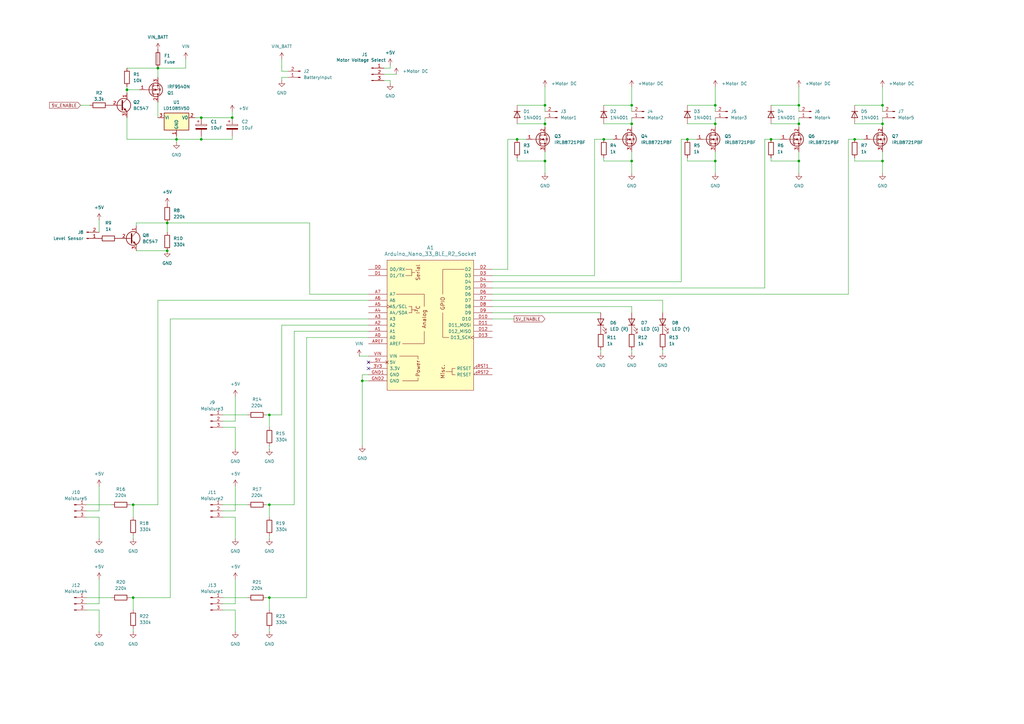
<source format=kicad_sch>
(kicad_sch (version 20250114) (generator "eeschema") (generator_version "9.0")
  (paper "A3")
  (title_block (title "Bevattningsssystem") (rev "v0.3"))
  (lib_symbols
    (symbol "Connector:Conn_01x02_Pin" (pin_names (offset 1.016) (hide yes))
      (property "Reference" "J" (at 0 2.54 0))
      (property "Value" "Conn_01x02_Pin" (at 0 -5.08 0))
      (symbol "Conn_01x02_Pin_1_1"
        (pin passive line (at 5.08 0 180) (length 3.81) (name "Pin_1") (number "1"))
        (pin passive line (at 5.08 -2.54 180) (length 3.81) (name "Pin_2") (number "2"))
      )
    )
    (symbol "Connector:Conn_01x03_Pin" (pin_names (offset 1.016) (hide yes))
      (property "Reference" "J" (at 0 5.08 0))
      (property "Value" "Conn_01x03_Pin" (at 0 -5.08 0))
      (symbol "Conn_01x03_Pin_1_1"
        (pin passive line (at 5.08 2.54 180) (length 3.81) (name "Pin_1") (number "1"))
        (pin passive line (at 5.08 0 180) (length 3.81) (name "Pin_2") (number "2"))
        (pin passive line (at 5.08 -2.54 180) (length 3.81) (name "Pin_3") (number "3"))
      )
    )
    (symbol "Device:C_Polarized" (pin_numbers (hide yes)) (pin_names (offset 0.254))
      (property "Reference" "C" (at 0.635 2.54 0))
      (property "Value" "C_Polarized" (at 0.635 -2.54 0))
      (symbol "C_Polarized_1_1"
        (pin passive line (at 0 3.81 270) (length 2.794) (name "~") (number "1"))
        (pin passive line (at 0 -3.81 90) (length 2.794) (name "~") (number "2"))
      )
    )
    (symbol "Device:Fuse" (pin_numbers (hide yes)) (pin_names (offset 0))
      (property "Reference" "F" (at 2.032 0 90))
      (property "Value" "Fuse" (at -1.905 0 90))
      (symbol "Fuse_1_1"
        (pin passive line (at 0 3.81 270) (length 1.27) (name "~") (number "1"))
        (pin passive line (at 0 -3.81 90) (length 1.27) (name "~") (number "2"))
      )
    )
    (symbol "Device:LED" (pin_numbers (hide yes)) (pin_names (offset 1.016) (hide yes))
      (property "Reference" "D" (at 0 2.54 0))
      (property "Value" "LED" (at 0 -2.54 0))
      (symbol "LED_1_1"
        (pin passive line (at -3.81 0 0) (length 2.54) (name "K") (number "1"))
        (pin passive line (at 3.81 0 180) (length 2.54) (name "A") (number "2"))
      )
    )
    (symbol "Device:R" (pin_numbers (hide yes)) (pin_names (offset 0))
      (property "Reference" "R" (at 2.032 0 90))
      (property "Value" "R" (at 0 0 90))
      (symbol "R_1_1"
        (pin passive line (at 0 3.81 270) (length 1.27) (name "~") (number "1"))
        (pin passive line (at 0 -3.81 90) (length 1.27) (name "~") (number "2"))
      )
    )
    (symbol "Diode:1N4001" (pin_numbers (hide yes)) (pin_names (hide yes))
      (property "Reference" "D" (at 0 2.54 0))
      (property "Value" "1N4001" (at 0 -2.54 0))
      (symbol "1N4001_1_1"
        (pin passive line (at -3.81 0 0) (length 2.54) (name "K") (number "1"))
        (pin passive line (at 3.81 0 180) (length 2.54) (name "A") (number "2"))
      )
    )
    (symbol "PCM_arduino-library:Arduino_Nano_33_BLE_Sense_R2_Socket" (pin_names (offset 1.016))
      (property "Reference" "A" (at 0 33.02 0))
      (property "Value" "Arduino_Nano_33_BLE_Sense_R2_Socket" (at 0 29.21 0))
      (symbol "Arduino_Nano_33_BLE_Sense_R2_Socket_0_0"
        (text "Serial" (at -5.08 21.59 900) (effects (font (size 1.524 1.524))))
        (text "I²C" (at -5.08 6.35 900) (effects (font (size 1.524 1.524))))
        (text "Power" (at -5.08 -17.78 900) (effects (font (size 1.524 1.524))))
        (text "Analog" (at -2.54 2.54 900) (effects (font (size 1.524 1.524))))
        (text "Misc." (at 5.08 -19.05 900) (effects (font (size 1.524 1.524))))
      )
      (symbol "Arduino_Nano_33_BLE_Sense_R2_Socket_1_0"
        (text "GPIO" (at 5.08 8.89 900) (effects (font (size 1.524 1.524))))
      )
      (symbol "Arduino_Nano_33_BLE_Sense_R2_Socket_1_1"
        (pin bidirectional line (at -25.4 22.86 0) (length 7.62) (name "D0/RX") (number "D0"))
        (pin bidirectional line (at -25.4 20.32 0) (length 7.62) (name "D1/TX") (number "D1"))
        (pin input line (at -25.4 12.7 0) (length 7.62) (name "A7") (number "A7"))
        (pin input line (at -25.4 10.16 0) (length 7.62) (name "A6") (number "A6"))
        (pin bidirectional clock (at -25.4 7.62 0) (length 7.62) (name "A5/SCL") (number "A5"))
        (pin bidirectional line (at -25.4 5.08 0) (length 7.62) (name "A4/SDA") (number "A4"))
        (pin bidirectional line (at -25.4 2.54 0) (length 7.62) (name "A3") (number "A3"))
        (pin bidirectional line (at -25.4 0 0) (length 7.62) (name "A2") (number "A2"))
        (pin bidirectional line (at -25.4 -2.54 0) (length 7.62) (name "A1") (number "A1"))
        (pin bidirectional line (at -25.4 -5.08 0) (length 7.62) (name "A0") (number "A0"))
        (pin input line (at -25.4 -7.62 0) (length 7.62) (name "AREF") (number "AREF"))
        (pin power_in line (at -25.4 -12.7 0) (length 7.62) (name "VIN") (number "VIN"))
        (pin no_connect non_logic (at -25.4 -15.24 0) (length 7.62) (name "5V") (number "5V"))
        (pin power_in line (at -25.4 -17.78 0) (length 7.62) (name "3.3V") (number "3V3"))
        (pin power_in line (at -25.4 -20.32 0) (length 7.62) (name "GND") (number "GND1"))
        (pin power_in line (at -25.4 -22.86 0) (length 7.62) (name "GND") (number "GND2"))
        (pin bidirectional line (at 25.4 22.86 180) (length 7.62) (name "D2") (number "D2"))
        (pin bidirectional line (at 25.4 20.32 180) (length 7.62) (name "D3") (number "D3"))
        (pin bidirectional line (at 25.4 17.78 180) (length 7.62) (name "D4") (number "D4"))
        (pin bidirectional line (at 25.4 15.24 180) (length 7.62) (name "D5") (number "D5"))
        (pin bidirectional line (at 25.4 12.7 180) (length 7.62) (name "D6") (number "D6"))
        (pin bidirectional line (at 25.4 10.16 180) (length 7.62) (name "D7") (number "D7"))
        (pin bidirectional line (at 25.4 7.62 180) (length 7.62) (name "D8") (number "D8"))
        (pin bidirectional line (at 25.4 5.08 180) (length 7.62) (name "D9") (number "D9"))
        (pin bidirectional line (at 25.4 2.54 180) (length 7.62) (name "D10") (number "D10"))
        (pin bidirectional line (at 25.4 0 180) (length 7.62) (name "D11_MOSI") (number "D11"))
        (pin bidirectional line (at 25.4 -2.54 180) (length 7.62) (name "D12_MISO") (number "D12"))
        (pin bidirectional clock (at 25.4 -5.08 180) (length 7.62) (name "D13_SCK") (number "D13"))
        (pin open_collector input_low (at 25.4 -17.78 180) (length 7.62) (name "RESET") (number "RST1"))
        (pin open_collector input_low (at 25.4 -20.32 180) (length 7.62) (name "RESET") (number "RST2"))
      )
    )
    (symbol "Regulator_Linear:LM1085-5.0" (pin_names (offset 0.254))
      (property "Reference" "U" (at -3.81 3.175 0))
      (property "Value" "LM1085-5.0" (at 0 3.175 0))
      (symbol "LM1085-5.0_1_1"
        (pin power_in line (at -7.62 0 0) (length 2.54) (name "VI") (number "3"))
        (pin power_in line (at 0 -7.62 90) (length 2.54) (name "GND") (number "1"))
        (pin power_out line (at 7.62 0 180) (length 2.54) (name "VO") (number "2"))
      )
    )
    (symbol "Transistor_BJT:BC547" (pin_names (offset 0) (hide yes))
      (property "Reference" "Q" (at 5.08 1.905 0))
      (property "Value" "BC547" (at 5.08 0 0))
      (symbol "BC547_1_1"
        (pin input line (at -5.08 0 0) (length 5.08) (name "B") (number "2"))
        (pin passive line (at 2.54 5.08 270) (length 2.54) (name "C") (number "1"))
        (pin passive line (at 2.54 -5.08 90) (length 2.54) (name "E") (number "3"))
      )
    )
    (symbol "Transistor_FET:IRF9540N" (pin_names (hide yes))
      (property "Reference" "Q" (at 5.08 1.905 0))
      (property "Value" "IRF9540N" (at 5.08 0 0))
      (symbol "IRF9540N_1_1"
        (pin input line (at -5.08 0 0) (length 2.54) (name "G") (number "1"))
        (pin passive line (at 2.54 5.08 270) (length 2.54) (name "D") (number "2"))
        (pin passive line (at 2.54 -5.08 90) (length 2.54) (name "S") (number "3"))
      )
    )
    (symbol "Transistor_FET:IRLB8721PBF" (pin_names (hide yes))
      (property "Reference" "Q" (at 5.08 1.905 0))
      (property "Value" "IRLB8721PBF" (at 5.08 0 0))
      (symbol "IRLB8721PBF_1_1"
        (pin input line (at -5.08 0 0) (length 2.54) (name "G") (number "1"))
        (pin passive line (at 2.54 5.08 270) (length 2.54) (name "D") (number "2"))
        (pin passive line (at 2.54 -5.08 90) (length 2.54) (name "S") (number "3"))
      )
    )
    (symbol "power:+5V" (power) (pin_numbers (hide yes)) (pin_names (offset 0) (hide yes))
      (property "Value" "+5V" (at 0 3.556 0))
      (symbol "+5V_1_1"
        (pin power_in line (at 0 0 90) (length 0) (name "~") (number "1"))
      )
    )
    (symbol "power:GND" (power) (pin_numbers (hide yes)) (pin_names (offset 0) (hide yes))
      (property "Value" "GND" (at 0 -3.81 0))
      (symbol "GND_1_1"
        (pin power_in line (at 0 0 270) (length 0) (name "~") (number "1"))
      )
    )
  )
  (junction (at 223.52 66.04))
  (junction (at 52.07 36.83))
  (junction (at 212.09 57.15))
  (junction (at 293.37 66.04))
  (junction (at 110.49 245.11))
  (junction (at 281.94 57.15))
  (junction (at 350.52 57.15))
  (junction (at 95.25 48.26))
  (junction (at 361.95 50.8))
  (junction (at 327.66 66.04))
  (junction (at 68.58 102.87))
  (junction (at 327.66 50.8))
  (junction (at 293.37 50.8))
  (junction (at 247.65 57.15))
  (junction (at 361.95 66.04))
  (junction (at 68.58 91.44))
  (junction (at 223.52 50.8))
  (junction (at 110.49 170.18))
  (junction (at 223.52 43.18))
  (junction (at 54.61 245.11))
  (junction (at 54.61 207.01))
  (junction (at 259.08 50.8))
  (junction (at 361.95 43.18))
  (junction (at 110.49 207.01))
  (junction (at 316.23 57.15))
  (junction (at 293.37 43.18))
  (junction (at 82.55 48.26))
  (junction (at 148.59 156.21))
  (junction (at 82.55 57.15))
  (junction (at 259.08 66.04))
  (junction (at 327.66 43.18))
  (junction (at 72.39 57.15))
  (junction (at 64.77 27.94))
  (junction (at 259.08 43.18))
  (no_connect (at 151.13 151.13))
  (no_connect (at 151.13 148.59))
  (wire (pts (xy 293.37 35.56) (xy 293.37 43.18)))
  (wire (pts (xy 110.49 219.71) (xy 110.49 220.98)))
  (wire (pts (xy 64.77 123.19) (xy 64.77 207.01)))
  (wire (pts (xy 201.93 125.73) (xy 259.08 125.73)))
  (wire (pts (xy 160.02 33.02) (xy 160.02 34.29)))
  (wire (pts (xy 259.08 143.51) (xy 259.08 144.78)))
  (wire (pts (xy 151.13 123.19) (xy 64.77 123.19)))
  (wire (pts (xy 293.37 50.8) (xy 293.37 52.07)))
  (wire (pts (xy 327.66 48.26) (xy 327.66 50.8)))
  (wire (pts (xy 55.88 91.44) (xy 55.88 92.71)))
  (wire (pts (xy 201.93 128.27) (xy 246.38 128.27)))
  (wire (pts (xy 313.69 57.15) (xy 313.69 118.11)))
  (wire (pts (xy 223.52 48.26) (xy 223.52 50.8)))
  (wire (pts (xy 281.94 57.15) (xy 279.4 57.15)))
  (wire (pts (xy 350.52 66.04) (xy 361.95 66.04)))
  (wire (pts (xy 91.44 245.11) (xy 101.6 245.11)))
  (wire (pts (xy 316.23 57.15) (xy 320.04 57.15)))
  (wire (pts (xy 95.25 45.72) (xy 95.25 48.26)))
  (wire (pts (xy 281.94 64.77) (xy 281.94 66.04)))
  (wire (pts (xy 82.55 57.15) (xy 72.39 57.15)))
  (wire (pts (xy 69.85 245.11) (xy 69.85 130.81)))
  (wire (pts (xy 110.49 207.01) (xy 110.49 212.09)))
  (wire (pts (xy 115.57 170.18) (xy 115.57 133.35)))
  (wire (pts (xy 247.65 57.15) (xy 243.84 57.15)))
  (wire (pts (xy 327.66 62.23) (xy 327.66 66.04)))
  (wire (pts (xy 54.61 207.01) (xy 54.61 212.09)))
  (wire (pts (xy 243.84 57.15) (xy 243.84 113.03)))
  (wire (pts (xy 212.09 50.8) (xy 223.52 50.8)))
  (wire (pts (xy 350.52 64.77) (xy 350.52 66.04)))
  (wire (pts (xy 110.49 182.88) (xy 110.49 184.15)))
  (wire (pts (xy 279.4 115.57) (xy 201.93 115.57)))
  (wire (pts (xy 54.61 245.11) (xy 54.61 250.19)))
  (wire (pts (xy 293.37 43.18) (xy 293.37 45.72)))
  (wire (pts (xy 212.09 57.15) (xy 215.9 57.15)))
  (wire (pts (xy 110.49 257.81) (xy 110.49 259.08)))
  (wire (pts (xy 281.94 50.8) (xy 293.37 50.8)))
  (wire (pts (xy 243.84 113.03) (xy 201.93 113.03)))
  (wire (pts (xy 279.4 57.15) (xy 279.4 115.57)))
  (wire (pts (xy 68.58 91.44) (xy 68.58 95.25)))
  (wire (pts (xy 68.58 91.44) (xy 55.88 91.44)))
  (wire (pts (xy 148.59 182.88) (xy 148.59 156.21)))
  (wire (pts (xy 316.23 64.77) (xy 316.23 66.04)))
  (wire (pts (xy 223.52 35.56) (xy 223.52 43.18)))
  (wire (pts (xy 271.78 123.19) (xy 271.78 128.27)))
  (wire (pts (xy 151.13 153.67) (xy 148.59 153.67)))
  (wire (pts (xy 281.94 66.04) (xy 293.37 66.04)))
  (wire (pts (xy 120.65 207.01) (xy 120.65 135.89)))
  (wire (pts (xy 157.48 30.48) (xy 162.56 30.48)))
  (wire (pts (xy 55.88 102.87) (xy 68.58 102.87)))
  (wire (pts (xy 96.52 212.09) (xy 96.52 220.98)))
  (wire (pts (xy 110.49 207.01) (xy 120.65 207.01)))
  (wire (pts (xy 54.61 207.01) (xy 64.77 207.01)))
  (wire (pts (xy 52.07 36.83) (xy 57.15 36.83)))
  (wire (pts (xy 96.52 250.19) (xy 96.52 259.08)))
  (wire (pts (xy 76.2 24.13) (xy 76.2 27.94)))
  (wire (pts (xy 281.94 57.15) (xy 285.75 57.15)))
  (wire (pts (xy 350.52 57.15) (xy 354.33 57.15)))
  (wire (pts (xy 91.44 175.26) (xy 96.52 175.26)))
  (wire (pts (xy 259.08 66.04) (xy 259.08 71.12)))
  (wire (pts (xy 361.95 50.8) (xy 361.95 52.07)))
  (wire (pts (xy 313.69 118.11) (xy 201.93 118.11)))
  (wire (pts (xy 127 120.65) (xy 127 91.44)))
  (wire (pts (xy 125.73 245.11) (xy 125.73 138.43)))
  (wire (pts (xy 115.57 31.75) (xy 118.11 31.75)))
  (wire (pts (xy 95.25 57.15) (xy 95.25 55.88)))
  (wire (pts (xy 40.64 209.55) (xy 35.56 209.55)))
  (wire (pts (xy 347.98 57.15) (xy 347.98 120.65)))
  (wire (pts (xy 316.23 43.18) (xy 327.66 43.18)))
  (wire (pts (xy 35.56 212.09) (xy 40.64 212.09)))
  (wire (pts (xy 259.08 125.73) (xy 259.08 128.27)))
  (wire (pts (xy 157.48 33.02) (xy 160.02 33.02)))
  (wire (pts (xy 147.32 146.05) (xy 151.13 146.05)))
  (wire (pts (xy 96.52 209.55) (xy 91.44 209.55)))
  (wire (pts (xy 115.57 133.35) (xy 151.13 133.35)))
  (wire (pts (xy 160.02 26.67) (xy 160.02 27.94)))
  (wire (pts (xy 208.28 57.15) (xy 212.09 57.15)))
  (wire (pts (xy 110.49 170.18) (xy 110.49 175.26)))
  (wire (pts (xy 115.57 24.13) (xy 115.57 29.21)))
  (wire (pts (xy 52.07 36.83) (xy 52.07 38.1)))
  (wire (pts (xy 316.23 57.15) (xy 313.69 57.15)))
  (wire (pts (xy 212.09 66.04) (xy 223.52 66.04)))
  (wire (pts (xy 33.02 43.18) (xy 36.83 43.18)))
  (wire (pts (xy 327.66 50.8) (xy 327.66 52.07)))
  (wire (pts (xy 53.34 207.01) (xy 54.61 207.01)))
  (wire (pts (xy 115.57 33.02) (xy 115.57 31.75)))
  (wire (pts (xy 35.56 245.11) (xy 45.72 245.11)))
  (wire (pts (xy 110.49 170.18) (xy 115.57 170.18)))
  (wire (pts (xy 223.52 62.23) (xy 223.52 66.04)))
  (wire (pts (xy 52.07 27.94) (xy 64.77 27.94)))
  (wire (pts (xy 212.09 43.18) (xy 223.52 43.18)))
  (wire (pts (xy 96.52 237.49) (xy 96.52 247.65)))
  (wire (pts (xy 247.65 43.18) (xy 259.08 43.18)))
  (wire (pts (xy 247.65 57.15) (xy 251.46 57.15)))
  (wire (pts (xy 327.66 66.04) (xy 327.66 71.12)))
  (wire (pts (xy 72.39 57.15) (xy 72.39 58.42)))
  (wire (pts (xy 96.52 199.39) (xy 96.52 209.55)))
  (wire (pts (xy 91.44 207.01) (xy 101.6 207.01)))
  (wire (pts (xy 35.56 207.01) (xy 45.72 207.01)))
  (wire (pts (xy 120.65 135.89) (xy 151.13 135.89)))
  (wire (pts (xy 259.08 35.56) (xy 259.08 43.18)))
  (wire (pts (xy 54.61 219.71) (xy 54.61 220.98)))
  (wire (pts (xy 91.44 170.18) (xy 101.6 170.18)))
  (wire (pts (xy 82.55 55.88) (xy 82.55 57.15)))
  (wire (pts (xy 64.77 27.94) (xy 64.77 31.75)))
  (wire (pts (xy 53.34 245.11) (xy 54.61 245.11)))
  (wire (pts (xy 247.65 64.77) (xy 247.65 66.04)))
  (wire (pts (xy 347.98 120.65) (xy 201.93 120.65)))
  (wire (pts (xy 223.52 43.18) (xy 223.52 45.72)))
  (wire (pts (xy 54.61 257.81) (xy 54.61 259.08)))
  (wire (pts (xy 293.37 48.26) (xy 293.37 50.8)))
  (wire (pts (xy 281.94 43.18) (xy 293.37 43.18)))
  (wire (pts (xy 82.55 57.15) (xy 95.25 57.15)))
  (wire (pts (xy 212.09 64.77) (xy 212.09 66.04)))
  (wire (pts (xy 350.52 50.8) (xy 361.95 50.8)))
  (wire (pts (xy 208.28 110.49) (xy 201.93 110.49)))
  (wire (pts (xy 54.61 245.11) (xy 69.85 245.11)))
  (wire (pts (xy 91.44 212.09) (xy 96.52 212.09)))
  (wire (pts (xy 69.85 130.81) (xy 151.13 130.81)))
  (wire (pts (xy 361.95 62.23) (xy 361.95 66.04)))
  (wire (pts (xy 223.52 50.8) (xy 223.52 52.07)))
  (wire (pts (xy 350.52 57.15) (xy 347.98 57.15)))
  (wire (pts (xy 247.65 66.04) (xy 259.08 66.04)))
  (wire (pts (xy 52.07 48.26) (xy 52.07 57.15)))
  (wire (pts (xy 247.65 50.8) (xy 259.08 50.8)))
  (wire (pts (xy 316.23 66.04) (xy 327.66 66.04)))
  (wire (pts (xy 40.64 247.65) (xy 35.56 247.65)))
  (wire (pts (xy 82.55 48.26) (xy 95.25 48.26)))
  (wire (pts (xy 259.08 62.23) (xy 259.08 66.04)))
  (wire (pts (xy 96.52 172.72) (xy 91.44 172.72)))
  (wire (pts (xy 259.08 50.8) (xy 259.08 52.07)))
  (wire (pts (xy 109.22 245.11) (xy 110.49 245.11)))
  (wire (pts (xy 201.93 123.19) (xy 271.78 123.19)))
  (wire (pts (xy 80.01 48.26) (xy 82.55 48.26)))
  (wire (pts (xy 201.93 130.81) (xy 210.82 130.81)))
  (wire (pts (xy 361.95 43.18) (xy 361.95 45.72)))
  (wire (pts (xy 361.95 48.26) (xy 361.95 50.8)))
  (wire (pts (xy 40.64 250.19) (xy 40.64 259.08)))
  (wire (pts (xy 64.77 27.94) (xy 76.2 27.94)))
  (wire (pts (xy 110.49 245.11) (xy 110.49 250.19)))
  (wire (pts (xy 127 120.65) (xy 151.13 120.65)))
  (wire (pts (xy 96.52 175.26) (xy 96.52 184.15)))
  (wire (pts (xy 96.52 162.56) (xy 96.52 172.72)))
  (wire (pts (xy 91.44 250.19) (xy 96.52 250.19)))
  (wire (pts (xy 259.08 48.26) (xy 259.08 50.8)))
  (wire (pts (xy 40.64 90.17) (xy 40.64 95.25)))
  (wire (pts (xy 246.38 143.51) (xy 246.38 144.78)))
  (wire (pts (xy 208.28 57.15) (xy 208.28 110.49)))
  (wire (pts (xy 40.64 199.39) (xy 40.64 209.55)))
  (wire (pts (xy 148.59 153.67) (xy 148.59 156.21)))
  (wire (pts (xy 125.73 138.43) (xy 151.13 138.43)))
  (wire (pts (xy 110.49 245.11) (xy 125.73 245.11)))
  (wire (pts (xy 52.07 57.15) (xy 72.39 57.15)))
  (wire (pts (xy 109.22 207.01) (xy 110.49 207.01)))
  (wire (pts (xy 293.37 62.23) (xy 293.37 66.04)))
  (wire (pts (xy 271.78 143.51) (xy 271.78 144.78)))
  (wire (pts (xy 361.95 35.56) (xy 361.95 43.18)))
  (wire (pts (xy 293.37 66.04) (xy 293.37 71.12)))
  (wire (pts (xy 148.59 156.21) (xy 151.13 156.21)))
  (wire (pts (xy 96.52 247.65) (xy 91.44 247.65)))
  (wire (pts (xy 52.07 35.56) (xy 52.07 36.83)))
  (wire (pts (xy 109.22 170.18) (xy 110.49 170.18)))
  (wire (pts (xy 160.02 27.94) (xy 157.48 27.94)))
  (wire (pts (xy 223.52 66.04) (xy 223.52 71.12)))
  (wire (pts (xy 127 91.44) (xy 68.58 91.44)))
  (wire (pts (xy 72.39 55.88) (xy 72.39 57.15)))
  (wire (pts (xy 259.08 43.18) (xy 259.08 45.72)))
  (wire (pts (xy 40.64 237.49) (xy 40.64 247.65)))
  (wire (pts (xy 64.77 41.91) (xy 64.77 48.26)))
  (wire (pts (xy 350.52 43.18) (xy 361.95 43.18)))
  (wire (pts (xy 40.64 212.09) (xy 40.64 220.98)))
  (wire (pts (xy 327.66 43.18) (xy 327.66 45.72)))
  (wire (pts (xy 361.95 66.04) (xy 361.95 71.12)))
  (wire (pts (xy 115.57 29.21) (xy 118.11 29.21)))
  (wire (pts (xy 316.23 50.8) (xy 327.66 50.8)))
  (wire (pts (xy 327.66 35.56) (xy 327.66 43.18)))
  (wire (pts (xy 35.56 250.19) (xy 40.64 250.19)))
  (global_label "5V_ENABLE" (shape output) (at 210.82 130.81 0) (property "Intersheetrefs" "${INTERSHEET_REFS}" (effects (hide yes))))
  (global_label "5V_ENABLE" (shape input) (at 33.02 43.18 180) (property "Intersheetrefs" "${INTERSHEET_REFS}" (effects (hide yes))))
  (symbol (lib_id "Device:R") (at 49.53 245.11 90) (unit 1)
    (property "Reference" "R20" (at 49.53 238.76 90))
    (property "Value" "220k" (at 49.53 241.3 90))
    (property "Footprint" "Resistor_THT:R_Axial_DIN0309_L9.0mm_D3.2mm_P12.70mm_Horizontal" (effects (hide yes)))
    (property "Description" "Resistor" (effects (hide yes)))
  )
  (symbol (lib_id "Device:R") (at 110.49 254 0) (unit 1)
    (property "Reference" "R23" (at 113.03 252.7299 0) (effects (justify left)))
    (property "Value" "330k" (at 113.03 255.2699 0) (effects (justify left)))
    (property "Footprint" "Resistor_THT:R_Axial_DIN0309_L9.0mm_D3.2mm_P12.70mm_Horizontal" (effects (hide yes)))
    (property "Description" "Resistor" (effects (hide yes)))
  )
  (symbol (lib_id "Connector:Conn_01x02_Pin") (at 123.19 31.75 180) (unit 1)
    (property "Reference" "J2" (at 124.46 29.2099 0) (effects (justify right)))
    (property "Value" "BatteryInput" (at 124.46 31.7499 0) (effects (justify right)))
    (property "Footprint" "Connector_PinHeader_2.54mm:PinHeader_1x02_P2.54mm_Vertical" (effects (hide yes)))
    (property "Description" "Generic connector, single row, 01x02, script generated" (effects (hide yes)))
  )
  (symbol (lib_id "Device:R") (at 54.61 254 0) (unit 1)
    (property "Reference" "R22" (at 57.15 252.7299 0) (effects (justify left)))
    (property "Value" "330k" (at 57.15 255.2699 0) (effects (justify left)))
    (property "Footprint" "Resistor_THT:R_Axial_DIN0309_L9.0mm_D3.2mm_P12.70mm_Horizontal" (effects (hide yes)))
    (property "Description" "Resistor" (effects (hide yes)))
  )
  (symbol (lib_id "power:GND") (at 54.61 259.08 0) (unit 1)
    (property "Reference" "#PWR040" (effects (hide yes)))
    (property "Value" "GND" (at 54.61 264.16 0))
    (property "Description" "Power symbol creates a global label with name \"GND\" , ground" (effects (hide yes)))
  )
  (symbol (lib_id "power:GND") (at 148.59 182.88 0) (unit 1)
    (property "Reference" "#PWR028" (effects (hide yes)))
    (property "Value" "GND" (at 148.59 187.96 0))
    (property "Description" "Power symbol creates a global label with name \"GND\" , ground" (effects (hide yes)))
  )
  (symbol (lib_id "Connector:Conn_01x03_Pin") (at 30.48 247.65 0) (unit 1)
    (property "Reference" "J12" (at 31.115 240.03 0))
    (property "Value" "Moisture4" (at 31.115 242.57 0))
    (property "Footprint" "Connector_PinHeader_2.54mm:PinHeader_1x03_P2.54mm_Vertical" (effects (hide yes)))
    (property "Description" "Generic connector, single row, 01x03, script generated" (effects (hide yes)))
  )
  (symbol (lib_id "power:+5V") (at 223.52 35.56 0) (unit 1)
    (property "Reference" "#PWR08" (effects (hide yes)))
    (property "Value" "+Motor DC" (at 226.06 34.2899 0) (effects (justify left)))
    (property "Description" "Power symbol creates a global label with name \"+5V\"" (effects (hide yes)))
  )
  (symbol (lib_id "Device:LED") (at 246.38 132.08 90) (unit 1)
    (property "Reference" "D6" (at 250.19 132.3974 90) (effects (justify right)))
    (property "Value" "LED (R)" (at 250.19 134.9374 90) (effects (justify right)))
    (property "Footprint" "LED_THT:LED_D3.0mm" (effects (hide yes)))
    (property "Description" "Light emitting diode" (effects (hide yes)))
    (property "Sim.Pins" "1=K 2=A" (effects (hide yes)))
  )
  (symbol (lib_id "power:GND") (at 259.08 71.12 0) (unit 1)
    (property "Reference" "#PWR016" (effects (hide yes)))
    (property "Value" "GND" (at 259.08 76.2 0))
    (property "Description" "Power symbol creates a global label with name \"GND\" , ground" (effects (hide yes)))
  )
  (symbol (lib_id "power:+5V") (at 160.02 26.67 0) (unit 1)
    (property "Reference" "#PWR04" (effects (hide yes)))
    (property "Value" "+5V" (at 160.02 21.59 0))
    (property "Description" "Power symbol creates a global label with name \"+5V\"" (effects (hide yes)))
  )
  (symbol (lib_id "power:GND") (at 361.95 71.12 0) (unit 1)
    (property "Reference" "#PWR019" (effects (hide yes)))
    (property "Value" "GND" (at 361.95 76.2 0))
    (property "Description" "Power symbol creates a global label with name \"GND\" , ground" (effects (hide yes)))
  )
  (symbol (lib_id "power:GND") (at 115.57 33.02 0) (unit 1)
    (property "Reference" "#PWR06" (effects (hide yes)))
    (property "Value" "GND" (at 115.57 38.1 0))
    (property "Description" "Power symbol creates a global label with name \"GND\" , ground" (effects (hide yes)))
  )
  (symbol (lib_id "power:+5V") (at 76.2 24.13 0) (unit 1)
    (property "Reference" "#PWR02" (effects (hide yes)))
    (property "Value" "VIN" (at 76.2 19.05 0))
    (property "Description" "Power symbol creates a global label with name \"+5V\"" (effects (hide yes)))
  )
  (symbol (lib_id "power:+5V") (at 162.56 30.48 0) (unit 1)
    (property "Reference" "#PWR05" (effects (hide yes)))
    (property "Value" "+Motor DC" (at 165.1 29.2099 0) (effects (justify left)))
    (property "Description" "Power symbol creates a global label with name \"+5V\"" (effects (hide yes)))
  )
  (symbol (lib_id "power:+5V") (at 259.08 35.56 0) (unit 1)
    (property "Reference" "#PWR09" (effects (hide yes)))
    (property "Value" "+Motor DC" (at 261.62 34.2899 0) (effects (justify left)))
    (property "Description" "Power symbol creates a global label with name \"+5V\"" (effects (hide yes)))
  )
  (symbol (lib_id "power:GND") (at 259.08 144.78 0) (unit 1)
    (property "Reference" "#PWR024" (effects (hide yes)))
    (property "Value" "GND" (at 259.08 149.86 0))
    (property "Description" "Power symbol creates a global label with name \"GND\" , ground" (effects (hide yes)))
  )
  (symbol (lib_id "power:GND") (at 271.78 144.78 0) (unit 1)
    (property "Reference" "#PWR025" (effects (hide yes)))
    (property "Value" "GND" (at 271.78 149.86 0))
    (property "Description" "Power symbol creates a global label with name \"GND\" , ground" (effects (hide yes)))
  )
  (symbol (lib_id "Transistor_FET:IRLB8721PBF") (at 290.83 57.15 0) (unit 1)
    (property "Reference" "Q5" (at 297.18 55.8799 0) (effects (justify left)))
    (property "Value" "IRLB8721PBF" (at 297.18 58.4199 0) (effects (justify left)))
    (property "Footprint" "Package_TO_SOT_THT:TO-220-3_Vertical" (effects (hide yes)))
    (property "Datasheet" "http://www.infineon.com/dgdl/irlb8721pbf.pdf?fileId=5546d462533600a40153566056732591" (effects (hide yes)))
    (property "Description" "62A Id, 30V Vds, 8.7 mOhm Rds, N-Channel HEXFET Power MOSFET, TO-220" (effects (hide yes)))
  )
  (symbol (lib_id "power:GND") (at 72.39 58.42 0) (unit 1)
    (property "Reference" "#PWR014" (effects (hide yes)))
    (property "Value" "GND" (at 72.39 63.5 0))
    (property "Description" "Power symbol creates a global label with name \"GND\" , ground" (effects (hide yes)))
  )
  (symbol (lib_id "power:+5V") (at 40.64 90.17 0) (unit 1)
    (property "Reference" "#PWR021" (effects (hide yes)))
    (property "Value" "+5V" (at 40.64 85.09 0))
    (property "Description" "Power symbol creates a global label with name \"+5V\"" (effects (hide yes)))
  )
  (symbol (lib_id "Device:R") (at 316.23 60.96 0) (unit 1)
    (property "Reference" "R6" (at 318.77 59.6899 0) (effects (justify left)))
    (property "Value" "1k" (at 318.77 62.2299 0) (effects (justify left)))
    (property "Footprint" "Resistor_THT:R_Axial_DIN0309_L9.0mm_D3.2mm_P12.70mm_Horizontal" (effects (hide yes)))
    (property "Description" "Resistor" (effects (hide yes)))
  )
  (symbol (lib_id "Connector:Conn_01x03_Pin") (at 86.36 247.65 0) (unit 1)
    (property "Reference" "J13" (at 86.995 240.03 0))
    (property "Value" "Moisture1" (at 86.995 242.57 0))
    (property "Footprint" "Connector_PinHeader_2.54mm:PinHeader_1x03_P2.54mm_Vertical" (effects (hide yes)))
    (property "Description" "Generic connector, single row, 01x03, script generated" (effects (hide yes)))
  )
  (symbol (lib_id "power:+5V") (at 96.52 199.39 0) (unit 1)
    (property "Reference" "#PWR032" (effects (hide yes)))
    (property "Value" "+5V" (at 96.52 194.31 0))
    (property "Description" "Power symbol creates a global label with name \"+5V\"" (effects (hide yes)))
  )
  (symbol (lib_id "Transistor_FET:IRLB8721PBF") (at 359.41 57.15 0) (unit 1)
    (property "Reference" "Q7" (at 365.76 55.8799 0) (effects (justify left)))
    (property "Value" "IRLB8721PBF" (at 365.76 58.4199 0) (effects (justify left)))
    (property "Footprint" "Package_TO_SOT_THT:TO-220-3_Vertical" (effects (hide yes)))
    (property "Datasheet" "http://www.infineon.com/dgdl/irlb8721pbf.pdf?fileId=5546d462533600a40153566056732591" (effects (hide yes)))
    (property "Description" "62A Id, 30V Vds, 8.7 mOhm Rds, N-Channel HEXFET Power MOSFET, TO-220" (effects (hide yes)))
  )
  (symbol (lib_id "power:+5V") (at 293.37 35.56 0) (unit 1)
    (property "Reference" "#PWR010" (effects (hide yes)))
    (property "Value" "+Motor DC" (at 295.91 34.2899 0) (effects (justify left)))
    (property "Description" "Power symbol creates a global label with name \"+5V\"" (effects (hide yes)))
  )
  (symbol (lib_id "power:GND") (at 293.37 71.12 0) (unit 1)
    (property "Reference" "#PWR017" (effects (hide yes)))
    (property "Value" "GND" (at 293.37 76.2 0))
    (property "Description" "Power symbol creates a global label with name \"GND\" , ground" (effects (hide yes)))
  )
  (symbol (lib_id "Device:R") (at 247.65 60.96 0) (unit 1)
    (property "Reference" "R4" (at 250.19 59.6899 0) (effects (justify left)))
    (property "Value" "1k" (at 250.19 62.2299 0) (effects (justify left)))
    (property "Footprint" "Resistor_THT:R_Axial_DIN0309_L9.0mm_D3.2mm_P12.70mm_Horizontal" (effects (hide yes)))
    (property "Description" "Resistor" (effects (hide yes)))
  )
  (symbol (lib_id "power:+5V") (at 96.52 162.56 0) (unit 1)
    (property "Reference" "#PWR027" (effects (hide yes)))
    (property "Value" "+5V" (at 96.52 157.48 0))
    (property "Description" "Power symbol creates a global label with name \"+5V\"" (effects (hide yes)))
  )
  (symbol (lib_id "power:+5V") (at 68.58 83.82 0) (unit 1)
    (property "Reference" "#PWR020" (effects (hide yes)))
    (property "Value" "+5V" (at 68.58 78.74 0))
    (property "Description" "Power symbol creates a global label with name \"+5V\"" (effects (hide yes)))
  )
  (symbol (lib_id "Transistor_FET:IRF9540N") (at 62.23 36.83 0) (mirror x) (unit 1)
    (property "Reference" "Q1" (at 68.58 38.1001 0) (effects (justify left)))
    (property "Value" "IRF9540N" (at 68.58 35.5601 0) (effects (justify left)))
    (property "Footprint" "Package_TO_SOT_THT:TO-220-3_Vertical" (effects (hide yes)))
    (property "Datasheet" "http://www.irf.com/product-info/datasheets/data/irf9540n.pdf" (effects (hide yes)))
    (property "Description" "-23A Id, -100V Vds, 117mOhm Rds, P-Channel HEXFET Power MOSFET, TO-220" (effects (hide yes)))
  )
  (symbol (lib_id "power:GND") (at 160.02 34.29 0) (unit 1)
    (property "Reference" "#PWR07" (effects (hide yes)))
    (property "Value" "GND" (at 160.02 39.37 0))
    (property "Description" "Power symbol creates a global label with name \"GND\" , ground" (effects (hide yes)))
  )
  (symbol (lib_id "Device:R") (at 105.41 245.11 90) (unit 1)
    (property "Reference" "R21" (at 105.41 238.76 90))
    (property "Value" "220k" (at 105.41 241.3 90))
    (property "Footprint" "Resistor_THT:R_Axial_DIN0309_L9.0mm_D3.2mm_P12.70mm_Horizontal" (effects (hide yes)))
    (property "Description" "Resistor" (effects (hide yes)))
  )
  (symbol (lib_id "Device:R") (at 52.07 31.75 180) (unit 1)
    (property "Reference" "R1" (at 54.61 30.4799 0) (effects (justify right)))
    (property "Value" "10k" (at 54.61 33.0199 0) (effects (justify right)))
    (property "Footprint" "Resistor_THT:R_Axial_DIN0309_L9.0mm_D3.2mm_P12.70mm_Horizontal" (effects (hide yes)))
    (property "Description" "Resistor" (effects (hide yes)))
  )
  (symbol (lib_id "Device:R") (at 49.53 207.01 90) (unit 1)
    (property "Reference" "R16" (at 49.53 200.66 90))
    (property "Value" "220k" (at 49.53 203.2 90))
    (property "Footprint" "Resistor_THT:R_Axial_DIN0309_L9.0mm_D3.2mm_P12.70mm_Horizontal" (effects (hide yes)))
    (property "Description" "Resistor" (effects (hide yes)))
  )
  (symbol (lib_id "Connector:Conn_01x03_Pin") (at 86.36 172.72 0) (unit 1)
    (property "Reference" "J9" (at 86.995 165.1 0))
    (property "Value" "Moisture3" (at 86.995 167.64 0))
    (property "Footprint" "Connector_PinHeader_2.54mm:PinHeader_1x03_P2.54mm_Vertical" (effects (hide yes)))
    (property "Description" "Generic connector, single row, 01x03, script generated" (effects (hide yes)))
  )
  (symbol (lib_id "Diode:1N4001") (at 316.23 46.99 270) (unit 1)
    (property "Reference" "D4" (at 318.77 45.7199 90) (effects (justify left)))
    (property "Value" "1N4001" (at 318.77 48.2599 90) (effects (justify left)))
    (property "Footprint" "Diode_THT:D_DO-41_SOD81_P10.16mm_Horizontal" (effects (hide yes)))
    (property "Datasheet" "http://www.vishay.com/docs/88503/1n4001.pdf" (effects (hide yes)))
    (property "Description" "50V 1A General Purpose Rectifier Diode, DO-41" (effects (hide yes)))
    (property "Sim.Device" "D" (effects (hide yes)))
    (property "Sim.Pins" "1=K 2=A" (effects (hide yes)))
  )
  (symbol (lib_id "power:GND") (at 54.61 220.98 0) (unit 1)
    (property "Reference" "#PWR034" (effects (hide yes)))
    (property "Value" "GND" (at 54.61 226.06 0))
    (property "Description" "Power symbol creates a global label with name \"GND\" , ground" (effects (hide yes)))
  )
  (symbol (lib_id "Diode:1N4001") (at 212.09 46.99 270) (unit 1)
    (property "Reference" "D1" (at 214.63 45.7199 90) (effects (justify left)))
    (property "Value" "1N4001" (at 214.63 48.2599 90) (effects (justify left)))
    (property "Footprint" "Diode_THT:D_DO-41_SOD81_P10.16mm_Horizontal" (effects (hide yes)))
    (property "Datasheet" "http://www.vishay.com/docs/88503/1n4001.pdf" (effects (hide yes)))
    (property "Description" "50V 1A General Purpose Rectifier Diode, DO-41" (effects (hide yes)))
    (property "Sim.Device" "D" (effects (hide yes)))
    (property "Sim.Pins" "1=K 2=A" (effects (hide yes)))
  )
  (symbol (lib_id "PCM_arduino-library:Arduino_Nano_33_BLE_Sense_R2_Socket") (at 176.53 133.35 0) (unit 1)
    (property "Reference" "A1" (at 176.53 101.6 0) (effects (font (size 1.524 1.524))))
    (property "Value" "Arduino_Nano_33_BLE_R2_Socket" (at 176.53 104.14 0) (effects (font (size 1.524 1.524))))
    (property "Footprint" "PCM_arduino-library:Arduino_Nano_Every_Socket" (effects (hide yes)))
    (property "Datasheet" "https://docs.arduino.cc/hardware/nano-33-ble-sense-rev2" (effects (hide yes)))
    (property "Description" "Socket for Arduino Nano 33 BLE Sense R2" (effects (hide yes)))
  )
  (symbol (lib_id "Device:LED") (at 259.08 132.08 90) (unit 1)
    (property "Reference" "D7" (at 262.89 132.3974 90) (effects (justify right)))
    (property "Value" "LED (G)" (at 262.89 134.9374 90) (effects (justify right)))
    (property "Footprint" "LED_THT:LED_D3.0mm" (effects (hide yes)))
    (property "Description" "Light emitting diode" (effects (hide yes)))
    (property "Sim.Pins" "1=K 2=A" (effects (hide yes)))
  )
  (symbol (lib_id "power:+5V") (at 40.64 237.49 0) (unit 1)
    (property "Reference" "#PWR037" (effects (hide yes)))
    (property "Value" "+5V" (at 40.64 232.41 0))
    (property "Description" "Power symbol creates a global label with name \"+5V\"" (effects (hide yes)))
  )
  (symbol (lib_id "Device:LED") (at 271.78 132.08 90) (unit 1)
    (property "Reference" "D8" (at 275.59 132.3974 90) (effects (justify right)))
    (property "Value" "LED (Y)" (at 275.59 134.9374 90) (effects (justify right)))
    (property "Footprint" "LED_THT:LED_D3.0mm" (effects (hide yes)))
    (property "Description" "Light emitting diode" (effects (hide yes)))
    (property "Sim.Pins" "1=K 2=A" (effects (hide yes)))
  )
  (symbol (lib_id "Connector:Conn_01x02_Pin") (at 35.56 97.79 0) (mirror x) (unit 1)
    (property "Reference" "J8" (at 34.29 95.2499 0) (effects (justify right)))
    (property "Value" "Level Sensor" (at 34.29 97.7899 0) (effects (justify right)))
    (property "Footprint" "Connector_PinHeader_2.54mm:PinHeader_1x02_P2.54mm_Vertical" (effects (hide yes)))
    (property "Description" "Generic connector, single row, 01x02, script generated" (effects (hide yes)))
  )
  (symbol (lib_id "Device:R") (at 68.58 99.06 0) (unit 1)
    (property "Reference" "R10" (at 71.12 97.7899 0) (effects (justify left)))
    (property "Value" "330k" (at 71.12 100.3299 0) (effects (justify left)))
    (property "Footprint" "Resistor_THT:R_Axial_DIN0309_L9.0mm_D3.2mm_P12.70mm_Horizontal" (effects (hide yes)))
    (property "Description" "Resistor" (effects (hide yes)))
  )
  (symbol (lib_id "power:GND") (at 110.49 259.08 0) (unit 1)
    (property "Reference" "#PWR042" (effects (hide yes)))
    (property "Value" "GND" (at 110.49 264.16 0))
    (property "Description" "Power symbol creates a global label with name \"GND\" , ground" (effects (hide yes)))
  )
  (symbol (lib_id "Device:C_Polarized") (at 82.55 52.07 0) (unit 1)
    (property "Reference" "C1" (at 86.36 49.9109 0) (effects (justify left)))
    (property "Value" "10uF" (at 86.36 52.4509 0) (effects (justify left)))
    (property "Footprint" "Capacitor_THT:CP_Radial_D5.0mm_P2.00mm" (effects (hide yes)))
    (property "Description" "Polarized capacitor" (effects (hide yes)))
  )
  (symbol (lib_id "power:+5V") (at 147.32 146.05 0) (unit 1)
    (property "Reference" "#PWR026" (effects (hide yes)))
    (property "Value" "VIN" (at 147.32 140.97 0))
    (property "Description" "Power symbol creates a global label with name \"+5V\"" (effects (hide yes)))
  )
  (symbol (lib_id "power:GND") (at 40.64 259.08 0) (unit 1)
    (property "Reference" "#PWR039" (effects (hide yes)))
    (property "Value" "GND" (at 40.64 264.16 0))
    (property "Description" "Power symbol creates a global label with name \"GND\" , ground" (effects (hide yes)))
  )
  (symbol (lib_id "power:+5V") (at 95.25 45.72 0) (unit 1)
    (property "Reference" "#PWR013" (effects (hide yes)))
    (property "Value" "+5V" (at 97.79 44.4499 0) (effects (justify left)))
    (property "Description" "Power symbol creates a global label with name \"+5V\"" (effects (hide yes)))
  )
  (symbol (lib_id "Device:R") (at 271.78 139.7 0) (unit 1)
    (property "Reference" "R13" (at 274.32 138.4299 0) (effects (justify left)))
    (property "Value" "1k" (at 274.32 140.9699 0) (effects (justify left)))
    (property "Footprint" "Resistor_THT:R_Axial_DIN0309_L9.0mm_D3.2mm_P12.70mm_Horizontal" (effects (hide yes)))
    (property "Description" "Resistor" (effects (hide yes)))
  )
  (symbol (lib_id "Device:R") (at 105.41 170.18 90) (unit 1)
    (property "Reference" "R14" (at 105.41 163.83 90))
    (property "Value" "220k" (at 105.41 166.37 90))
    (property "Footprint" "Resistor_THT:R_Axial_DIN0309_L9.0mm_D3.2mm_P12.70mm_Horizontal" (effects (hide yes)))
    (property "Description" "Resistor" (effects (hide yes)))
  )
  (symbol (lib_id "Transistor_FET:IRLB8721PBF") (at 325.12 57.15 0) (unit 1)
    (property "Reference" "Q6" (at 331.47 55.8799 0) (effects (justify left)))
    (property "Value" "IRLB8721PBF" (at 331.47 58.4199 0) (effects (justify left)))
    (property "Footprint" "Package_TO_SOT_THT:TO-220-3_Vertical" (effects (hide yes)))
    (property "Datasheet" "http://www.infineon.com/dgdl/irlb8721pbf.pdf?fileId=5546d462533600a40153566056732591" (effects (hide yes)))
    (property "Description" "62A Id, 30V Vds, 8.7 mOhm Rds, N-Channel HEXFET Power MOSFET, TO-220" (effects (hide yes)))
  )
  (symbol (lib_id "Device:R") (at 110.49 215.9 0) (unit 1)
    (property "Reference" "R19" (at 113.03 214.6299 0) (effects (justify left)))
    (property "Value" "330k" (at 113.03 217.1699 0) (effects (justify left)))
    (property "Footprint" "Resistor_THT:R_Axial_DIN0309_L9.0mm_D3.2mm_P12.70mm_Horizontal" (effects (hide yes)))
    (property "Description" "Resistor" (effects (hide yes)))
  )
  (symbol (lib_id "Device:R") (at 212.09 60.96 0) (unit 1)
    (property "Reference" "R3" (at 214.63 59.6899 0) (effects (justify left)))
    (property "Value" "1k" (at 214.63 62.2299 0) (effects (justify left)))
    (property "Footprint" "Resistor_THT:R_Axial_DIN0309_L9.0mm_D3.2mm_P12.70mm_Horizontal" (effects (hide yes)))
    (property "Description" "Resistor" (effects (hide yes)))
  )
  (symbol (lib_id "Device:R") (at 40.64 43.18 270) (unit 1)
    (property "Reference" "R2" (at 40.64 38.1 90))
    (property "Value" "3.3k" (at 40.64 40.64 90))
    (property "Footprint" "Resistor_THT:R_Axial_DIN0309_L9.0mm_D3.2mm_P12.70mm_Horizontal" (effects (hide yes)))
    (property "Description" "Resistor" (effects (hide yes)))
  )
  (symbol (lib_id "Device:Fuse") (at 64.77 24.13 0) (unit 1)
    (property "Reference" "F1" (at 67.31 22.8599 0) (effects (justify left)))
    (property "Value" "Fuse" (at 67.31 25.3999 0) (effects (justify left)))
    (property "Footprint" "Fuse:Fuseholder_Cylinder-5x20mm_Stelvio-Kontek_PTF78_Horizontal_Open" (effects (hide yes)))
    (property "Description" "Fuse" (effects (hide yes)))
  )
  (symbol (lib_id "Device:R") (at 54.61 215.9 0) (unit 1)
    (property "Reference" "R18" (at 57.15 214.6299 0) (effects (justify left)))
    (property "Value" "330k" (at 57.15 217.1699 0) (effects (justify left)))
    (property "Footprint" "Resistor_THT:R_Axial_DIN0309_L9.0mm_D3.2mm_P12.70mm_Horizontal" (effects (hide yes)))
    (property "Description" "Resistor" (effects (hide yes)))
  )
  (symbol (lib_id "Connector:Conn_01x02_Pin") (at 298.45 48.26 180) (unit 1)
    (property "Reference" "J5" (at 299.72 45.7199 0) (effects (justify right)))
    (property "Value" "Motor3" (at 299.72 48.2599 0) (effects (justify right)))
    (property "Footprint" "Connector_PinHeader_2.54mm:PinHeader_1x02_P2.54mm_Vertical" (effects (hide yes)))
    (property "Description" "Generic connector, single row, 01x02, script generated" (effects (hide yes)))
  )
  (symbol (lib_id "Connector:Conn_01x03_Pin") (at 86.36 209.55 0) (unit 1)
    (property "Reference" "J11" (at 86.995 201.93 0))
    (property "Value" "Moisture2" (at 86.995 204.47 0))
    (property "Footprint" "Connector_PinHeader_2.54mm:PinHeader_1x03_P2.54mm_Vertical" (effects (hide yes)))
    (property "Description" "Generic connector, single row, 01x03, script generated" (effects (hide yes)))
  )
  (symbol (lib_id "Device:R") (at 68.58 87.63 0) (unit 1)
    (property "Reference" "R8" (at 71.12 86.3599 0) (effects (justify left)))
    (property "Value" "220k" (at 71.12 88.8999 0) (effects (justify left)))
    (property "Footprint" "Resistor_THT:R_Axial_DIN0309_L9.0mm_D3.2mm_P12.70mm_Horizontal" (effects (hide yes)))
    (property "Description" "Resistor" (effects (hide yes)))
  )
  (symbol (lib_id "Device:C_Polarized") (at 95.25 52.07 0) (unit 1)
    (property "Reference" "C2" (at 99.06 49.9109 0) (effects (justify left)))
    (property "Value" "10uF" (at 99.06 52.4509 0) (effects (justify left)))
    (property "Footprint" "Capacitor_THT:CP_Radial_D5.0mm_P2.00mm" (effects (hide yes)))
    (property "Description" "Polarized capacitor" (effects (hide yes)))
  )
  (symbol (lib_id "Device:R") (at 259.08 139.7 0) (unit 1)
    (property "Reference" "R12" (at 261.62 138.4299 0) (effects (justify left)))
    (property "Value" "1k" (at 261.62 140.9699 0) (effects (justify left)))
    (property "Footprint" "Resistor_THT:R_Axial_DIN0309_L9.0mm_D3.2mm_P12.70mm_Horizontal" (effects (hide yes)))
    (property "Description" "Resistor" (effects (hide yes)))
  )
  (symbol (lib_id "power:GND") (at 246.38 144.78 0) (unit 1)
    (property "Reference" "#PWR023" (effects (hide yes)))
    (property "Value" "GND" (at 246.38 149.86 0))
    (property "Description" "Power symbol creates a global label with name \"GND\" , ground" (effects (hide yes)))
  )
  (symbol (lib_id "power:GND") (at 68.58 102.87 0) (unit 1)
    (property "Reference" "#PWR022" (effects (hide yes)))
    (property "Value" "GND" (at 68.58 107.95 0))
    (property "Description" "Power symbol creates a global label with name \"GND\" , ground" (effects (hide yes)))
  )
  (symbol (lib_id "power:GND") (at 96.52 220.98 0) (unit 1)
    (property "Reference" "#PWR035" (effects (hide yes)))
    (property "Value" "GND" (at 96.52 226.06 0))
    (property "Description" "Power symbol creates a global label with name \"GND\" , ground" (effects (hide yes)))
  )
  (symbol (lib_id "Device:R") (at 246.38 139.7 0) (unit 1)
    (property "Reference" "R11" (at 248.92 138.4299 0) (effects (justify left)))
    (property "Value" "1k" (at 248.92 140.9699 0) (effects (justify left)))
    (property "Footprint" "Resistor_THT:R_Axial_DIN0309_L9.0mm_D3.2mm_P12.70mm_Horizontal" (effects (hide yes)))
    (property "Description" "Resistor" (effects (hide yes)))
  )
  (symbol (lib_id "Connector:Conn_01x02_Pin") (at 228.6 48.26 180) (unit 1)
    (property "Reference" "J3" (at 229.87 45.7199 0) (effects (justify right)))
    (property "Value" "Motor1" (at 229.87 48.2599 0) (effects (justify right)))
    (property "Footprint" "Connector_PinHeader_2.54mm:PinHeader_1x02_P2.54mm_Vertical" (effects (hide yes)))
    (property "Description" "Generic connector, single row, 01x02, script generated" (effects (hide yes)))
  )
  (symbol (lib_id "Diode:1N4001") (at 247.65 46.99 270) (unit 1)
    (property "Reference" "D2" (at 250.19 45.7199 90) (effects (justify left)))
    (property "Value" "1N4001" (at 250.19 48.2599 90) (effects (justify left)))
    (property "Footprint" "Diode_THT:D_DO-41_SOD81_P10.16mm_Horizontal" (effects (hide yes)))
    (property "Datasheet" "http://www.vishay.com/docs/88503/1n4001.pdf" (effects (hide yes)))
    (property "Description" "50V 1A General Purpose Rectifier Diode, DO-41" (effects (hide yes)))
    (property "Sim.Device" "D" (effects (hide yes)))
    (property "Sim.Pins" "1=K 2=A" (effects (hide yes)))
  )
  (symbol (lib_id "Regulator_Linear:LM1085-5.0") (at 72.39 48.26 0) (unit 1)
    (property "Reference" "U1" (at 72.39 41.91 0))
    (property "Value" "LD1085V50" (at 72.39 44.45 0))
    (property "Footprint" "Package_TO_SOT_THT:TO-220-3_Vertical" (effects (hide yes)))
    (property "Datasheet" "http://www.ti.com/lit/ds/symlink/lm1085.pdf" (effects (hide yes)))
    (property "Description" "3A 25V Linear Regulator, Fixed Output 5.0V, TO-220/TO-263" (effects (hide yes)))
  )
  (symbol (lib_id "Device:R") (at 105.41 207.01 90) (unit 1)
    (property "Reference" "R17" (at 105.41 200.66 90))
    (property "Value" "220k" (at 105.41 203.2 90))
    (property "Footprint" "Resistor_THT:R_Axial_DIN0309_L9.0mm_D3.2mm_P12.70mm_Horizontal" (effects (hide yes)))
    (property "Description" "Resistor" (effects (hide yes)))
  )
  (symbol (lib_id "Transistor_BJT:BC547") (at 53.34 97.79 0) (unit 1)
    (property "Reference" "Q8" (at 58.42 96.5199 0) (effects (justify left)))
    (property "Value" "BC547" (at 58.42 99.0599 0) (effects (justify left)))
    (property "Footprint" "Package_TO_SOT_THT:TO-92_Inline" (effects (hide yes)))
    (property "Datasheet" "https://www.onsemi.com/pub/Collateral/BC550-D.pdf" (effects (hide yes)))
    (property "Description" "0.1A Ic, 45V Vce, Small Signal NPN Transistor, TO-92" (effects (hide yes)))
  )
  (symbol (lib_id "Connector:Conn_01x03_Pin") (at 152.4 30.48 0) (unit 1)
    (property "Reference" "J1" (at 149.606 22.352 0))
    (property "Value" "Motor Voltage Select" (at 148.082 24.638 0))
    (property "Footprint" "Connector_PinHeader_2.54mm:PinHeader_1x03_P2.54mm_Vertical" (effects (hide yes)))
    (property "Description" "Generic connector, single row, 01x03, script generated" (effects (hide yes)))
  )
  (symbol (lib_id "Device:R") (at 110.49 179.07 0) (unit 1)
    (property "Reference" "R15" (at 113.03 177.7999 0) (effects (justify left)))
    (property "Value" "330k" (at 113.03 180.3399 0) (effects (justify left)))
    (property "Footprint" "Resistor_THT:R_Axial_DIN0309_L9.0mm_D3.2mm_P12.70mm_Horizontal" (effects (hide yes)))
    (property "Description" "Resistor" (effects (hide yes)))
  )
  (symbol (lib_id "Transistor_BJT:BC547") (at 49.53 43.18 0) (unit 1)
    (property "Reference" "Q2" (at 54.61 41.9099 0) (effects (justify left)))
    (property "Value" "BC547" (at 54.61 44.4499 0) (effects (justify left)))
    (property "Footprint" "Package_TO_SOT_THT:TO-92_Inline" (effects (hide yes)))
    (property "Datasheet" "https://www.onsemi.com/pub/Collateral/BC550-D.pdf" (effects (hide yes)))
    (property "Description" "0.1A Ic, 45V Vce, Small Signal NPN Transistor, TO-92" (effects (hide yes)))
  )
  (symbol (lib_id "power:GND") (at 327.66 71.12 0) (unit 1)
    (property "Reference" "#PWR018" (effects (hide yes)))
    (property "Value" "GND" (at 327.66 76.2 0))
    (property "Description" "Power symbol creates a global label with name \"GND\" , ground" (effects (hide yes)))
  )
  (symbol (lib_id "Connector:Conn_01x02_Pin") (at 332.74 48.26 180) (unit 1)
    (property "Reference" "J6" (at 334.01 45.7199 0) (effects (justify right)))
    (property "Value" "Motor4" (at 334.01 48.2599 0) (effects (justify right)))
    (property "Footprint" "Connector_PinHeader_2.54mm:PinHeader_1x02_P2.54mm_Vertical" (effects (hide yes)))
    (property "Description" "Generic connector, single row, 01x02, script generated" (effects (hide yes)))
  )
  (symbol (lib_id "power:+5V") (at 115.57 24.13 0) (unit 1)
    (property "Reference" "#PWR03" (effects (hide yes)))
    (property "Value" "VIN_BATT" (at 115.57 19.05 0))
    (property "Description" "Power symbol creates a global label with name \"+5V\"" (effects (hide yes)))
  )
  (symbol (lib_id "power:+5V") (at 327.66 35.56 0) (unit 1)
    (property "Reference" "#PWR011" (effects (hide yes)))
    (property "Value" "+Motor DC" (at 330.2 34.2899 0) (effects (justify left)))
    (property "Description" "Power symbol creates a global label with name \"+5V\"" (effects (hide yes)))
  )
  (symbol (lib_id "power:+5V") (at 40.64 199.39 0) (unit 1)
    (property "Reference" "#PWR031" (effects (hide yes)))
    (property "Value" "+5V" (at 40.64 194.31 0))
    (property "Description" "Power symbol creates a global label with name \"+5V\"" (effects (hide yes)))
  )
  (symbol (lib_id "Device:R") (at 44.45 97.79 270) (unit 1)
    (property "Reference" "R9" (at 44.45 91.44 90))
    (property "Value" "1k" (at 44.45 93.98 90))
    (property "Footprint" "Resistor_THT:R_Axial_DIN0309_L9.0mm_D3.2mm_P12.70mm_Horizontal" (effects (hide yes)))
    (property "Description" "Resistor" (effects (hide yes)))
  )
  (symbol (lib_id "Transistor_FET:IRLB8721PBF") (at 256.54 57.15 0) (unit 1)
    (property "Reference" "Q4" (at 262.89 55.8799 0) (effects (justify left)))
    (property "Value" "IRLB8721PBF" (at 262.89 58.4199 0) (effects (justify left)))
    (property "Footprint" "Package_TO_SOT_THT:TO-220-3_Vertical" (effects (hide yes)))
    (property "Datasheet" "http://www.infineon.com/dgdl/irlb8721pbf.pdf?fileId=5546d462533600a40153566056732591" (effects (hide yes)))
    (property "Description" "62A Id, 30V Vds, 8.7 mOhm Rds, N-Channel HEXFET Power MOSFET, TO-220" (effects (hide yes)))
  )
  (symbol (lib_id "Device:R") (at 350.52 60.96 0) (unit 1)
    (property "Reference" "R7" (at 353.06 59.6899 0) (effects (justify left)))
    (property "Value" "1k" (at 353.06 62.2299 0) (effects (justify left)))
    (property "Footprint" "Resistor_THT:R_Axial_DIN0309_L9.0mm_D3.2mm_P12.70mm_Horizontal" (effects (hide yes)))
    (property "Description" "Resistor" (effects (hide yes)))
  )
  (symbol (lib_id "power:GND") (at 110.49 220.98 0) (unit 1)
    (property "Reference" "#PWR036" (effects (hide yes)))
    (property "Value" "GND" (at 110.49 226.06 0))
    (property "Description" "Power symbol creates a global label with name \"GND\" , ground" (effects (hide yes)))
  )
  (symbol (lib_id "Device:R") (at 281.94 60.96 0) (unit 1)
    (property "Reference" "R5" (at 284.48 59.6899 0) (effects (justify left)))
    (property "Value" "1k" (at 284.48 62.2299 0) (effects (justify left)))
    (property "Footprint" "Resistor_THT:R_Axial_DIN0309_L9.0mm_D3.2mm_P12.70mm_Horizontal" (effects (hide yes)))
    (property "Description" "Resistor" (effects (hide yes)))
  )
  (symbol (lib_id "power:+5V") (at 96.52 237.49 0) (unit 1)
    (property "Reference" "#PWR038" (effects (hide yes)))
    (property "Value" "+5V" (at 96.52 232.41 0))
    (property "Description" "Power symbol creates a global label with name \"+5V\"" (effects (hide yes)))
  )
  (symbol (lib_id "Connector:Conn_01x03_Pin") (at 30.48 209.55 0) (unit 1)
    (property "Reference" "J10" (at 31.115 201.93 0))
    (property "Value" "Moisture5" (at 31.115 204.47 0))
    (property "Footprint" "Connector_PinHeader_2.54mm:PinHeader_1x03_P2.54mm_Vertical" (effects (hide yes)))
    (property "Description" "Generic connector, single row, 01x03, script generated" (effects (hide yes)))
  )
  (symbol (lib_id "power:GND") (at 110.49 184.15 0) (unit 1)
    (property "Reference" "#PWR030" (effects (hide yes)))
    (property "Value" "GND" (at 110.49 189.23 0))
    (property "Description" "Power symbol creates a global label with name \"GND\" , ground" (effects (hide yes)))
  )
  (symbol (lib_id "power:GND") (at 223.52 71.12 0) (unit 1)
    (property "Reference" "#PWR015" (effects (hide yes)))
    (property "Value" "GND" (at 223.52 76.2 0))
    (property "Description" "Power symbol creates a global label with name \"GND\" , ground" (effects (hide yes)))
  )
  (symbol (lib_id "Connector:Conn_01x02_Pin") (at 367.03 48.26 180) (unit 1)
    (property "Reference" "J7" (at 368.3 45.7199 0) (effects (justify right)))
    (property "Value" "Motor5" (at 368.3 48.2599 0) (effects (justify right)))
    (property "Footprint" "Connector_PinHeader_2.54mm:PinHeader_1x02_P2.54mm_Vertical" (effects (hide yes)))
    (property "Description" "Generic connector, single row, 01x02, script generated" (effects (hide yes)))
  )
  (symbol (lib_id "Connector:Conn_01x02_Pin") (at 264.16 48.26 180) (unit 1)
    (property "Reference" "J4" (at 265.43 45.7199 0) (effects (justify right)))
    (property "Value" "Motor2" (at 265.43 48.2599 0) (effects (justify right)))
    (property "Footprint" "Connector_PinHeader_2.54mm:PinHeader_1x02_P2.54mm_Vertical" (effects (hide yes)))
    (property "Description" "Generic connector, single row, 01x02, script generated" (effects (hide yes)))
  )
  (symbol (lib_id "power:GND") (at 96.52 259.08 0) (unit 1)
    (property "Reference" "#PWR041" (effects (hide yes)))
    (property "Value" "GND" (at 96.52 264.16 0))
    (property "Description" "Power symbol creates a global label with name \"GND\" , ground" (effects (hide yes)))
  )
  (symbol (lib_id "power:GND") (at 96.52 184.15 0) (unit 1)
    (property "Reference" "#PWR029" (effects (hide yes)))
    (property "Value" "GND" (at 96.52 189.23 0))
    (property "Description" "Power symbol creates a global label with name \"GND\" , ground" (effects (hide yes)))
  )
  (symbol (lib_id "power:+5V") (at 361.95 35.56 0) (unit 1)
    (property "Reference" "#PWR012" (effects (hide yes)))
    (property "Value" "+Motor DC" (at 364.49 34.2899 0) (effects (justify left)))
    (property "Description" "Power symbol creates a global label with name \"+5V\"" (effects (hide yes)))
  )
  (symbol (lib_id "power:+5V") (at 64.77 20.32 0) (unit 1)
    (property "Reference" "#PWR01" (effects (hide yes)))
    (property "Value" "VIN_BATT" (at 64.77 15.24 0))
    (property "Description" "Power symbol creates a global label with name \"+5V\"" (effects (hide yes)))
  )
  (symbol (lib_id "power:GND") (at 40.64 220.98 0) (unit 1)
    (property "Reference" "#PWR033" (effects (hide yes)))
    (property "Value" "GND" (at 40.64 226.06 0))
    (property "Description" "Power symbol creates a global label with name \"GND\" , ground" (effects (hide yes)))
  )
  (symbol (lib_id "Diode:1N4001") (at 281.94 46.99 270) (unit 1)
    (property "Reference" "D3" (at 284.48 45.7199 90) (effects (justify left)))
    (property "Value" "1N4001" (at 284.48 48.2599 90) (effects (justify left)))
    (property "Footprint" "Diode_THT:D_DO-41_SOD81_P10.16mm_Horizontal" (effects (hide yes)))
    (property "Datasheet" "http://www.vishay.com/docs/88503/1n4001.pdf" (effects (hide yes)))
    (property "Description" "50V 1A General Purpose Rectifier Diode, DO-41" (effects (hide yes)))
    (property "Sim.Device" "D" (effects (hide yes)))
    (property "Sim.Pins" "1=K 2=A" (effects (hide yes)))
  )
  (symbol (lib_id "Transistor_FET:IRLB8721PBF") (at 220.98 57.15 0) (unit 1)
    (property "Reference" "Q3" (at 227.33 55.8799 0) (effects (justify left)))
    (property "Value" "IRLB8721PBF" (at 227.33 58.4199 0) (effects (justify left)))
    (property "Footprint" "Package_TO_SOT_THT:TO-220-3_Vertical" (effects (hide yes)))
    (property "Datasheet" "http://www.infineon.com/dgdl/irlb8721pbf.pdf?fileId=5546d462533600a40153566056732591" (effects (hide yes)))
    (property "Description" "62A Id, 30V Vds, 8.7 mOhm Rds, N-Channel HEXFET Power MOSFET, TO-220" (effects (hide yes)))
  )
  (symbol (lib_id "Diode:1N4001") (at 350.52 46.99 270) (unit 1)
    (property "Reference" "D5" (at 353.06 45.7199 90) (effects (justify left)))
    (property "Value" "1N4001" (at 353.06 48.2599 90) (effects (justify left)))
    (property "Footprint" "Diode_THT:D_DO-41_SOD81_P10.16mm_Horizontal" (effects (hide yes)))
    (property "Datasheet" "http://www.vishay.com/docs/88503/1n4001.pdf" (effects (hide yes)))
    (property "Description" "50V 1A General Purpose Rectifier Diode, DO-41" (effects (hide yes)))
    (property "Sim.Device" "D" (effects (hide yes)))
    (property "Sim.Pins" "1=K 2=A" (effects (hide yes)))
  )
)
</source>
